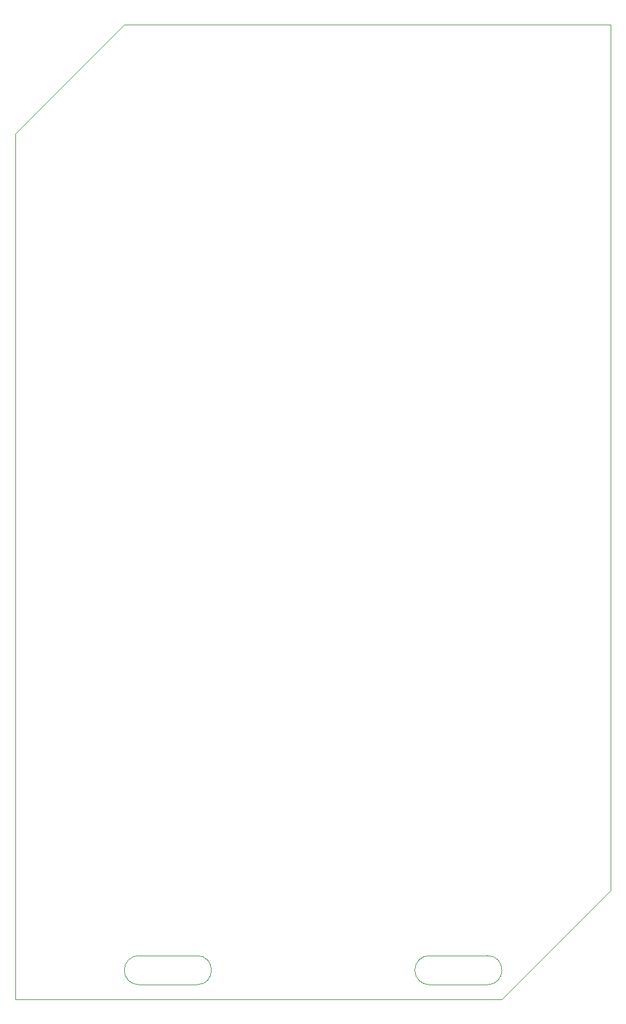
<source format=gbr>
%TF.GenerationSoftware,KiCad,Pcbnew,8.0.8*%
%TF.CreationDate,2025-07-10T22:25:39+08:00*%
%TF.ProjectId,pcb_badge,7063625f-6261-4646-9765-2e6b69636164,rev?*%
%TF.SameCoordinates,Original*%
%TF.FileFunction,Profile,NP*%
%FSLAX46Y46*%
G04 Gerber Fmt 4.6, Leading zero omitted, Abs format (unit mm)*
G04 Created by KiCad (PCBNEW 8.0.8) date 2025-07-10 22:25:39*
%MOMM*%
%LPD*%
G01*
G04 APERTURE LIST*
%TA.AperFunction,Profile*%
%ADD10C,0.100000*%
%TD*%
G04 APERTURE END LIST*
D10*
X74000000Y-43000000D02*
X74000002Y-45000000D01*
X139000004Y-155999999D02*
G75*
G02*
X139000002Y-160000001I-4J-2000001D01*
G01*
X91000000Y-156000000D02*
X99000000Y-156000000D01*
X74000002Y-45000000D02*
X74000002Y-162000000D01*
X131000000Y-156000000D02*
X139000000Y-156000000D01*
X156000000Y-28000000D02*
X89000000Y-28000000D01*
X131000000Y-160000000D02*
X139000000Y-160000000D01*
X99000004Y-155999999D02*
G75*
G02*
X99000002Y-160000001I-4J-2000001D01*
G01*
X131000000Y-160000002D02*
G75*
G02*
X131000004Y-155999998I0J2000002D01*
G01*
X140999999Y-162000000D02*
X156000001Y-147000000D01*
X91000000Y-160000000D02*
X99000000Y-160000000D01*
X91000000Y-160000002D02*
G75*
G02*
X91000004Y-155999998I0J2000002D01*
G01*
X156000002Y-30000000D02*
X156000000Y-28000000D01*
X74000002Y-162000000D02*
X141000002Y-162000000D01*
X156000001Y-147000000D02*
X156000002Y-30000000D01*
X89000000Y-28000000D02*
X74000000Y-43000000D01*
M02*

</source>
